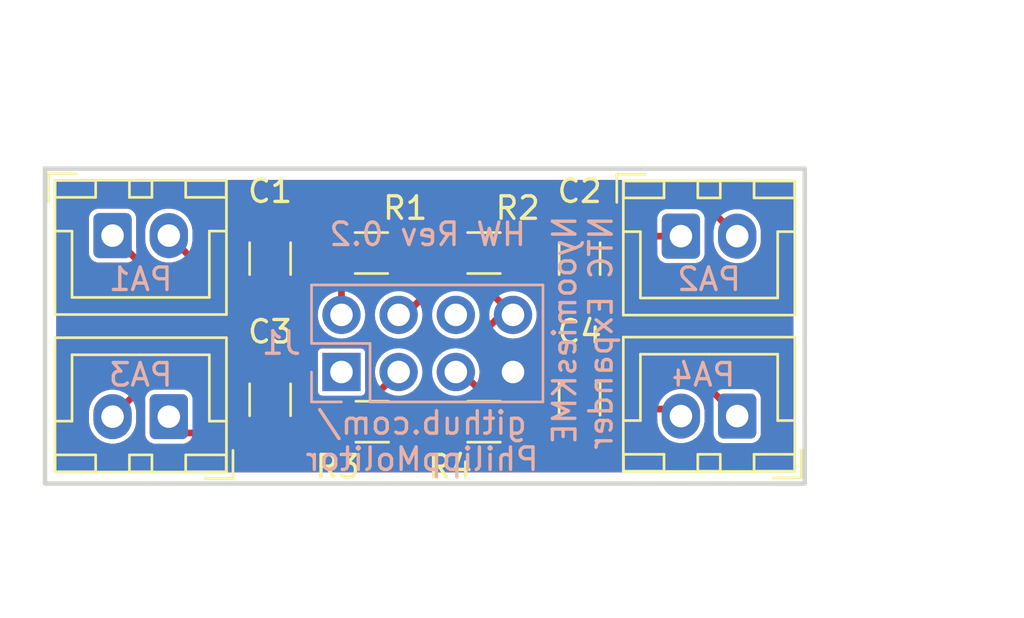
<source format=kicad_pcb>
(kicad_pcb (version 20240108) (generator "pcbnew") (generator_version "8.0")
  (layers (0 "F.Cu" signal) (31 "B.Cu" signal) (34 "B.Paste" user) (35 "F.Paste" user) (36 "B.SilkS" user "B.Silkscreen") (37 "F.SilkS" user "F.Silkscreen") (38 "B.Mask" user) (39 "F.Mask" user) (44 "Edge.Cuts" user))
  (net 0 "")
  (net 1 "A2")
  (net 2 "+3.3V")
  (net 3 "A1")
  (net 4 "A3")
  (net 6 "GND")
  (net 8 "A4")
  (net 9 "Net-(J2-Pin_1)")
  (net 10 "Net-(J3-Pin_1)")
  (net 11 "Net-(J4-Pin_1)")
  (net 12 "Net-(J5-Pin_1)")
  (footprint "Resistor_SMD:R_1206_3216Metric" (layer "F.Cu") (at 147.0375 105.25)
    (property "Reference" "R3" (at -1.5375 2 0) (layer "F.SilkS"))
    (property "Value" "2.2k")
    (fp_line (start -0.727064 -0.91) (end 0.727064 -0.91) (stroke (width 0.12)) (layer "F.SilkS"))
    (fp_line (start -0.727064 0.91) (end 0.727064 0.91) (stroke (width 0.12)) (layer "F.SilkS"))
    (pad "1" smd roundrect (at -1.4625 0) (size 1.125 1.75) (layers "F.Cu" "F.Paste" "F.Mask") (roundrect_rratio 0.222222) (net 4 "A3"))
    (pad "2" smd roundrect (at 1.4625 0) (size 1.125 1.75) (layers "F.Cu" "F.Paste" "F.Mask") (roundrect_rratio 0.222222) (net 2 "+3.3V"))
  )
  (footprint "Connector_JST:JST_XH_B2B-XH-A_1x02_P2.50mm_Vertical" (layer "F.Cu") (at 135.5 96.975)
    (property "Reference" "J2" (hide yes))
    (property "Value" "JST XH 2 Pin" (hide yes))
    (fp_line (start -2.85 -2.75) (end -2.85 -1.5) (stroke (width 0.12)) (layer "F.SilkS"))
    (fp_line (start -2.56 -2.46) (end -2.56 3.51) (stroke (width 0.12)) (layer "F.SilkS"))
    (fp_line (start -2.56 3.51) (end 5.06 3.51) (stroke (width 0.12)) (layer "F.SilkS"))
    (fp_line (start -2.55 -2.45) (end -2.55 -1.7) (stroke (width 0.12)) (layer "F.SilkS"))
    (fp_line (start -2.55 -1.7) (end -0.75 -1.7) (stroke (width 0.12)) (layer "F.SilkS"))
    (fp_line (start -2.55 -0.2) (end -1.8 -0.2) (stroke (width 0.12)) (layer "F.SilkS"))
    (fp_line (start -1.8 -0.2) (end -1.8 2.75) (stroke (width 0.12)) (layer "F.SilkS"))
    (fp_line (start -1.8 2.75) (end 1.25 2.75) (stroke (width 0.12)) (layer "F.SilkS"))
    (fp_line (start -1.6 -2.75) (end -2.85 -2.75) (stroke (width 0.12)) (layer "F.SilkS"))
    (fp_line (start -0.75 -2.45) (end -2.55 -2.45) (stroke (width 0.12)) (layer "F.SilkS"))
    (fp_line (start -0.75 -1.7) (end -0.75 -2.45) (stroke (width 0.12)) (layer "F.SilkS"))
    (fp_line (start 0.75 -2.45) (end 0.75 -1.7) (stroke (width 0.12)) (layer "F.SilkS"))
    (fp_line (start 0.75 -1.7) (end 1.75 -1.7) (stroke (width 0.12)) (layer "F.SilkS"))
    (fp_line (start 1.75 -2.45) (end 0.75 -2.45) (stroke (width 0.12)) (layer "F.SilkS"))
    (fp_line (start 1.75 -1.7) (end 1.75 -2.45) (stroke (width 0.12)) (layer "F.SilkS"))
    (fp_line (start 3.25 -2.45) (end 3.25 -1.7) (stroke (width 0.12)) (layer "F.SilkS"))
    (fp_line (start 3.25 -1.7) (end 5.05 -1.7) (stroke (width 0.12)) (layer "F.SilkS"))
    (fp_line (start 4.3 -0.2) (end 4.3 2.75) (stroke (width 0.12)) (layer "F.SilkS"))
    (fp_line (start 4.3 2.75) (end 1.25 2.75) (stroke (width 0.12)) (layer "F.SilkS"))
    (fp_line (start 5.05 -2.45) (end 3.25 -2.45) (stroke (width 0.12)) (layer "F.SilkS"))
    (fp_line (start 5.05 -1.7) (end 5.05 -2.45) (stroke (width 0.12)) (layer "F.SilkS"))
    (fp_line (start 5.05 -0.2) (end 4.3 -0.2) (stroke (width 0.12)) (layer "F.SilkS"))
    (fp_line (start 5.06 -2.46) (end -2.56 -2.46) (stroke (width 0.12)) (layer "F.SilkS"))
    (fp_line (start 5.06 3.51) (end 5.06 -2.46) (stroke (width 0.12)) (layer "F.SilkS"))
    (pad "1" thru_hole roundrect (at 0 0) (size 1.7 2) (drill 1) (layers "*.Cu" "*.Mask") (roundrect_rratio 0.147059) (net 9 "Net-(J2-Pin_1)"))
    (pad "2" thru_hole oval (at 2.5 0) (size 1.7 2) (drill 1) (layers "*.Cu" "*.Mask") (net 3 "A1"))
  )
  (footprint "Connector_JST:JST_XH_B2B-XH-A_1x02_P2.50mm_Vertical" (layer "F.Cu") (at 138 105.025 180)
    (property "Reference" "J4" (hide yes))
    (property "Value" "JST XH 2 Pin" (hide yes))
    (fp_line (start 5.06 3.51) (end 5.06 -2.46) (stroke (width 0.12)) (layer "F.SilkS"))
    (fp_line (start 5.06 -2.46) (end -2.56 -2.46) (stroke (width 0.12)) (layer "F.SilkS"))
    (fp_line (start 5.05 -0.2) (end 4.3 -0.2) (stroke (width 0.12)) (layer "F.SilkS"))
    (fp_line (start 5.05 -1.7) (end 5.05 -2.45) (stroke (width 0.12)) (layer "F.SilkS"))
    (fp_line (start 5.05 -2.45) (end 3.25 -2.45) (stroke (width 0.12)) (layer "F.SilkS"))
    (fp_line (start 4.3 2.75) (end 1.25 2.75) (stroke (width 0.12)) (layer "F.SilkS"))
    (fp_line (start 4.3 -0.2) (end 4.3 2.75) (stroke (width 0.12)) (layer "F.SilkS"))
    (fp_line (start 3.25 -1.7) (end 5.05 -1.7) (stroke (width 0.12)) (layer "F.SilkS"))
    (fp_line (start 3.25 -2.45) (end 3.25 -1.7) (stroke (width 0.12)) (layer "F.SilkS"))
    (fp_line (start 1.75 -1.7) (end 1.75 -2.45) (stroke (width 0.12)) (layer "F.SilkS"))
    (fp_line (start 1.75 -2.45) (end 0.75 -2.45) (stroke (width 0.12)) (layer "F.SilkS"))
    (fp_line (start 0.75 -1.7) (end 1.75 -1.7) (stroke (width 0.12)) (layer "F.SilkS"))
    (fp_line (start 0.75 -2.45) (end 0.75 -1.7) (stroke (width 0.12)) (layer "F.SilkS"))
    (fp_line (start -0.75 -1.7) (end -0.75 -2.45) (stroke (width 0.12)) (layer "F.SilkS"))
    (fp_line (start -0.75 -2.45) (end -2.55 -2.45) (stroke (width 0.12)) (layer "F.SilkS"))
    (fp_line (start -1.6 -2.75) (end -2.85 -2.75) (stroke (width 0.12)) (layer "F.SilkS"))
    (fp_line (start -1.8 2.75) (end 1.25 2.75) (stroke (width 0.12)) (layer "F.SilkS"))
    (fp_line (start -1.8 -0.2) (end -1.8 2.75) (stroke (width 0.12)) (layer "F.SilkS"))
    (fp_line (start -2.55 -0.2) (end -1.8 -0.2) (stroke (width 0.12)) (layer "F.SilkS"))
    (fp_line (start -2.55 -1.7) (end -0.75 -1.7) (stroke (width 0.12)) (layer "F.SilkS"))
    (fp_line (start -2.55 -2.45) (end -2.55 -1.7) (stroke (width 0.12)) (layer "F.SilkS"))
    (fp_line (start -2.56 3.51) (end 5.06 3.51) (stroke (width 0.12)) (layer "F.SilkS"))
    (fp_line (start -2.56 -2.46) (end -2.56 3.51) (stroke (width 0.12)) (layer "F.SilkS"))
    (fp_line (start -2.85 -2.75) (end -2.85 -1.5) (stroke (width 0.12)) (layer "F.SilkS"))
    (pad "1" thru_hole roundrect (at 0 0 180) (size 1.7 2) (drill 1) (layers "*.Cu" "*.Mask") (roundrect_rratio 0.147059) (net 11 "Net-(J4-Pin_1)"))
    (pad "2" thru_hole oval (at 2.5 0 180) (size 1.7 2) (drill 1) (layers "*.Cu" "*.Mask") (net 4 "A3"))
  )
  (footprint "Resistor_SMD:R_1206_3216Metric" (layer "F.Cu") (at 152 105.25 180)
    (property "Reference" "R4" (at 1.5 -2 180) (layer "F.SilkS"))
    (property "Value" "2.2k")
    (fp_line (start -0.727064 0.91) (end 0.727064 0.91) (stroke (width 0.12)) (layer "F.SilkS"))
    (fp_line (start -0.727064 -0.91) (end 0.727064 -0.91) (stroke (width 0.12)) (layer "F.SilkS"))
    (pad "1" smd roundrect (at -1.4625 0 180) (size 1.125 1.75) (layers "F.Cu" "F.Paste" "F.Mask") (roundrect_rratio 0.222222) (net 8 "A4"))
    (pad "2" smd roundrect (at 1.4625 0 180) (size 1.125 1.75) (layers "F.Cu" "F.Paste" "F.Mask") (roundrect_rratio 0.222222) (net 2 "+3.3V"))
  )
  (footprint "Capacitor_SMD:C_1206_3216Metric" (layer "F.Cu") (at 142.5 104.275 90)
    (property "Reference" "C3" (at 3.025 0 180) (layer "F.SilkS"))
    (property "Value" "10u")
    (fp_line (start -0.711252 -0.91) (end 0.711252 -0.91) (stroke (width 0.12)) (layer "F.SilkS"))
    (fp_line (start -0.711252 0.91) (end 0.711252 0.91) (stroke (width 0.12)) (layer "F.SilkS"))
    (pad "1" smd roundrect (at -1.475 0 90) (size 1.15 1.8) (layers "F.Cu" "F.Paste" "F.Mask") (roundrect_rratio 0.217391) (net 11 "Net-(J4-Pin_1)"))
    (pad "2" smd roundrect (at 1.475 0 90) (size 1.15 1.8) (layers "F.Cu" "F.Paste" "F.Mask") (roundrect_rratio 0.217391) (net 6 "GND"))
  )
  (footprint "Capacitor_SMD:C_1206_3216Metric" (layer "F.Cu") (at 142.5 98 90)
    (property "Reference" "C1" (at 3 0 180) (layer "F.SilkS"))
    (property "Value" "10u")
    (fp_line (start -0.711252 -0.91) (end 0.711252 -0.91) (stroke (width 0.12)) (layer "F.SilkS"))
    (fp_line (start -0.711252 0.91) (end 0.711252 0.91) (stroke (width 0.12)) (layer "F.SilkS"))
    (pad "1" smd roundrect (at -1.475 0 90) (size 1.15 1.8) (layers "F.Cu" "F.Paste" "F.Mask") (roundrect_rratio 0.217391) (net 9 "Net-(J2-Pin_1)"))
    (pad "2" smd roundrect (at 1.475 0 90) (size 1.15 1.8) (layers "F.Cu" "F.Paste" "F.Mask") (roundrect_rratio 0.217391) (net 6 "GND"))
  )
  (footprint "Capacitor_SMD:C_1206_3216Metric" (layer "F.Cu") (at 156.25 104.25 -90)
    (property "Reference" "C4" (at -3 0 180) (layer "F.SilkS"))
    (property "Value" "10u")
    (fp_line (start -0.711252 0.91) (end 0.711252 0.91) (stroke (width 0.12)) (layer "F.SilkS"))
    (fp_line (start -0.711252 -0.91) (end 0.711252 -0.91) (stroke (width 0.12)) (layer "F.SilkS"))
    (pad "1" smd roundrect (at -1.475 0 270) (size 1.15 1.8) (layers "F.Cu" "F.Paste" "F.Mask") (roundrect_rratio 0.217391) (net 12 "Net-(J5-Pin_1)"))
    (pad "2" smd roundrect (at 1.475 0 270) (size 1.15 1.8) (layers "F.Cu" "F.Paste" "F.Mask") (roundrect_rratio 0.217391) (net 6 "GND"))
  )
  (footprint "Connector_JST:JST_XH_B2B-XH-A_1x02_P2.50mm_Vertical" (layer "F.Cu") (at 160.75 97)
    (property "Reference" "J3" (hide yes))
    (property "Value" "JST XH 2 Pin" (hide yes))
    (fp_line (start -2.85 -2.75) (end -2.85 -1.5) (stroke (width 0.12)) (layer "F.SilkS"))
    (fp_line (start -2.56 -2.46) (end -2.56 3.51) (stroke (width 0.12)) (layer "F.SilkS"))
    (fp_line (start -2.56 3.51) (end 5.06 3.51) (stroke (width 0.12)) (layer "F.SilkS"))
    (fp_line (start -2.55 -2.45) (end -2.55 -1.7) (stroke (width 0.12)) (layer "F.SilkS"))
    (fp_line (start -2.55 -1.7) (end -0.75 -1.7) (stroke (width 0.12)) (layer "F.SilkS"))
    (fp_line (start -2.55 -0.2) (end -1.8 -0.2) (stroke (width 0.12)) (layer "F.SilkS"))
    (fp_line (start -1.8 -0.2) (end -1.8 2.75) (stroke (width 0.12)) (layer "F.SilkS"))
    (fp_line (start -1.8 2.75) (end 1.25 2.75) (stroke (width 0.12)) (layer "F.SilkS"))
    (fp_line (start -1.6 -2.75) (end -2.85 -2.75) (stroke (width 0.12)) (layer "F.SilkS"))
    (fp_line (start -0.75 -2.45) (end -2.55 -2.45) (stroke (width 0.12)) (layer "F.SilkS"))
    (fp_line (start -0.75 -1.7) (end -0.75 -2.45) (stroke (width 0.12)) (layer "F.SilkS"))
    (fp_line (start 0.75 -2.45) (end 0.75 -1.7) (stroke (width 0.12)) (layer "F.SilkS"))
    (fp_line (start 0.75 -1.7) (end 1.75 -1.7) (stroke (width 0.12)) (layer "F.SilkS"))
    (fp_line (start 1.75 -2.45) (end 0.75 -2.45) (stroke (width 0.12)) (layer "F.SilkS"))
    (fp_line (start 1.75 -1.7) (end 1.75 -2.45) (stroke (width 0.12)) (layer "F.SilkS"))
    (fp_line (start 3.25 -2.45) (end 3.25 -1.7) (stroke (width 0.12)) (layer "F.SilkS"))
    (fp_line (start 3.25 -1.7) (end 5.05 -1.7) (stroke (width 0.12)) (layer "F.SilkS"))
    (fp_line (start 4.3 -0.2) (end 4.3 2.75) (stroke (width 0.12)) (layer "F.SilkS"))
    (fp_line (start 4.3 2.75) (end 1.25 2.75) (stroke (width 0.12)) (layer "F.SilkS"))
    (fp_line (start 5.05 -2.45) (end 3.25 -2.45) (stroke (width 0.12)) (layer "F.SilkS"))
    (fp_line (start 5.05 -1.7) (end 5.05 -2.45) (stroke (width 0.12)) (layer "F.SilkS"))
    (fp_line (start 5.05 -0.2) (end 4.3 -0.2) (stroke (width 0.12)) (layer "F.SilkS"))
    (fp_line (start 5.06 -2.46) (end -2.56 -2.46) (stroke (width 0.12)) (layer "F.SilkS"))
    (fp_line (start 5.06 3.51) (end 5.06 -2.46) (stroke (width 0.12)) (layer "F.SilkS"))
    (pad "1" thru_hole roundrect (at 0 0) (size 1.7 2) (drill 1) (layers "*.Cu" "*.Mask") (roundrect_rratio 0.147059) (net 10 "Net-(J3-Pin_1)"))
    (pad "2" thru_hole oval (at 2.5 0) (size 1.7 2) (drill 1) (layers "*.Cu" "*.Mask") (net 1 "A2"))
  )
  (footprint "Resistor_SMD:R_1206_3216Metric" (layer "F.Cu") (at 147 97.75)
    (property "Reference" "R1" (at 1.5 -2 180) (layer "F.SilkS"))
    (property "Value" "2.2k")
    (fp_line (start -0.727064 -0.91) (end 0.727064 -0.91) (stroke (width 0.12)) (layer "F.SilkS"))
    (fp_line (start -0.727064 0.91) (end 0.727064 0.91) (stroke (width 0.12)) (layer "F.SilkS"))
    (pad "1" smd roundrect (at -1.4625 0) (size 1.125 1.75) (layers "F.Cu" "F.Paste" "F.Mask") (roundrect_rratio 0.222222) (net 3 "A1"))
    (pad "2" smd roundrect (at 1.4625 0) (size 1.125 1.75) (layers "F.Cu" "F.Paste" "F.Mask") (roundrect_rratio 0.222222) (net 2 "+3.3V"))
  )
  (footprint "Connector_JST:JST_XH_B2B-XH-A_1x02_P2.50mm_Vertical" (layer "F.Cu") (at 163.25 105 180)
    (property "Reference" "J5" (hide yes))
    (property "Value" "JST XH 2 Pin" (hide yes))
    (fp_line (start 5.06 3.51) (end 5.06 -2.46) (stroke (width 0.12)) (layer "F.SilkS"))
    (fp_line (start 5.06 -2.46) (end -2.56 -2.46) (stroke (width 0.12)) (layer "F.SilkS"))
    (fp_line (start 5.05 -0.2) (end 4.3 -0.2) (stroke (width 0.12)) (layer "F.SilkS"))
    (fp_line (start 5.05 -1.7) (end 5.05 -2.45) (stroke (width 0.12)) (layer "F.SilkS"))
    (fp_line (start 5.05 -2.45) (end 3.25 -2.45) (stroke (width 0.12)) (layer "F.SilkS"))
    (fp_line (start 4.3 2.75) (end 1.25 2.75) (stroke (width 0.12)) (layer "F.SilkS"))
    (fp_line (start 4.3 -0.2) (end 4.3 2.75) (stroke (width 0.12)) (layer "F.SilkS"))
    (fp_line (start 3.25 -1.7) (end 5.05 -1.7) (stroke (width 0.12)) (layer "F.SilkS"))
    (fp_line (start 3.25 -2.45) (end 3.25 -1.7) (stroke (width 0.12)) (layer "F.SilkS"))
    (fp_line (start 1.75 -1.7) (end 1.75 -2.45) (stroke (width 0.12)) (layer "F.SilkS"))
    (fp_line (start 1.75 -2.45) (end 0.75 -2.45) (stroke (width 0.12)) (layer "F.SilkS"))
    (fp_line (start 0.75 -1.7) (end 1.75 -1.7) (stroke (width 0.12)) (layer "F.SilkS"))
    (fp_line (start 0.75 -2.45) (end 0.75 -1.7) (stroke (width 0.12)) (layer "F.SilkS"))
    (fp_line (start -0.75 -1.7) (end -0.75 -2.45) (stroke (width 0.12)) (layer "F.SilkS"))
    (fp_line (start -0.75 -2.45) (end -2.55 -2.45) (stroke (width 0.12)) (layer "F.SilkS"))
    (fp_line (start -1.6 -2.75) (end -2.85 -2.75) (stroke (width 0.12)) (layer "F.SilkS"))
    (fp_line (start -1.8 2.75) (end 1.25 2.75) (stroke (width 0.12)) (layer "F.SilkS"))
    (fp_line (start -1.8 -0.2) (end -1.8 2.75) (stroke (width 0.12)) (layer "F.SilkS"))
    (fp_line (start -2.55 -0.2) (end -1.8 -0.2) (stroke (width 0.12)) (layer "F.SilkS"))
    (fp_line (start -2.55 -1.7) (end -0.75 -1.7) (stroke (width 0.12)) (layer "F.SilkS"))
    (fp_line (start -2.55 -2.45) (end -2.55 -1.7) (stroke (width 0.12)) (layer "F.SilkS"))
    (fp_line (start -2.56 3.51) (end 5.06 3.51) (stroke (width 0.12)) (layer "F.SilkS"))
    (fp_line (start -2.56 -2.46) (end -2.56 3.51) (stroke (width 0.12)) (layer "F.SilkS"))
    (fp_line (start -2.85 -2.75) (end -2.85 -1.5) (stroke (width 0.12)) (layer "F.SilkS"))
    (pad "1" thru_hole roundrect (at 0 0 180) (size 1.7 2) (drill 1) (layers "*.Cu" "*.Mask") (roundrect_rratio 0.147059) (net 12 "Net-(J5-Pin_1)"))
    (pad "2" thru_hole oval (at 2.5 0 180) (size 1.7 2) (drill 1) (layers "*.Cu" "*.Mask") (net 8 "A4"))
  )
  (footprint "Resistor_SMD:R_1206_3216Metric" (layer "F.Cu") (at 152 97.75 180)
    (property "Reference" "R2" (at -1.5 2 180) (layer "F.SilkS"))
    (property "Value" "2.2k")
    (fp_line (start -0.727064 0.91) (end 0.727064 0.91) (stroke (width 0.12)) (layer "F.SilkS"))
    (fp_line (start -0.727064 -0.91) (end 0.727064 -0.91) (stroke (width 0.12)) (layer "F.SilkS"))
    (pad "1" smd roundrect (at -1.4625 0 180) (size 1.125 1.75) (layers "F.Cu" "F.Paste" "F.Mask") (roundrect_rratio 0.222222) (net 1 "A2"))
    (pad "2" smd roundrect (at 1.4625 0 180) (size 1.125 1.75) (layers "F.Cu" "F.Paste" "F.Mask") (roundrect_rratio 0.222222) (net 2 "+3.3V"))
  )
  (footprint "Capacitor_SMD:C_1206_3216Metric" (layer "F.Cu") (at 156.25 98 90)
    (property "Reference" "C2" (at 3 0 360) (layer "F.SilkS"))
    (property "Value" "10u")
    (fp_line (start -0.711252 -0.91) (end 0.711252 -0.91) (stroke (width 0.12)) (layer "F.SilkS"))
    (fp_line (start -0.711252 0.91) (end 0.711252 0.91) (stroke (width 0.12)) (layer "F.SilkS"))
    (pad "1" smd roundrect (at -1.475 0 90) (size 1.15 1.8) (layers "F.Cu" "F.Paste" "F.Mask") (roundrect_rratio 0.217391) (net 10 "Net-(J3-Pin_1)"))
    (pad "2" smd roundrect (at 1.475 0 90) (size 1.15 1.8) (layers "F.Cu" "F.Paste" "F.Mask") (roundrect_rratio 0.217391) (net 6 "GND"))
  )
  (footprint "Connector_PinSocket_2.54mm:PinSocket_2x04_P2.54mm_Vertical" (layer "B.Cu") (at 145.67 103.04 -90)
    (property "Reference" "J1" (at -1.29 2.67 0) (layer "B.SilkS") (effects (justify mirror)))
    (property "Value" "2x4 Dupont Socket" (hide yes))
    (fp_line (start -1.27 1.33) (end -3.87 1.33) (stroke (width 0.12)) (layer "B.SilkS"))
    (fp_line (start 1.33 1.33) (end 0 1.33) (stroke (width 0.12)) (layer "B.SilkS"))
    (fp_line (start 1.33 0) (end 1.33 1.33) (stroke (width 0.12)) (layer "B.SilkS"))
    (fp_line (start -1.27 -1.27) (end -1.27 1.33) (stroke (width 0.12)) (layer "B.SilkS"))
    (fp_line (start 1.33 -1.27) (end -1.27 -1.27) (stroke (width 0.12)) (layer "B.SilkS"))
    (fp_line (start -3.87 -8.95) (end -3.87 1.33) (stroke (width 0.12)) (layer "B.SilkS"))
    (fp_line (start 1.33 -8.95) (end 1.33 -1.27) (stroke (width 0.12)) (layer "B.SilkS"))
    (fp_line (start 1.33 -8.95) (end -3.87 -8.95) (stroke (width 0.12)) (layer "B.SilkS"))
    (pad "1" thru_hole rect (at 0 0 270) (size 1.7 1.7) (drill 1) (layers "*.Cu" "*.Mask"))
    (pad "2" thru_hole oval (at -2.54 0 270) (size 1.7 1.7) (drill 1) (layers "*.Cu" "*.Mask") (net 3 "A1"))
    (pad "3" thru_hole oval (at 0 -2.54 270) (size 1.7 1.7) (drill 1) (layers "*.Cu" "*.Mask") (net 4 "A3"))
    (pad "4" thru_hole oval (at -2.54 -2.54 270) (size 1.7 1.7) (drill 1) (layers "*.Cu" "*.Mask") (net 1 "A2"))
    (pad "5" thru_hole oval (at 0 -5.08 270) (size 1.7 1.7) (drill 1) (layers "*.Cu" "*.Mask") (net 8 "A4"))
    (pad "6" thru_hole oval (at -2.54 -5.08 270) (size 1.7 1.7) (drill 1) (layers "*.Cu" "*.Mask"))
    (pad "7" thru_hole oval (at 0 -7.62 270) (size 1.7 1.7) (drill 1) (layers "*.Cu" "*.Mask") (net 6 "GND"))
    (pad "8" thru_hole oval (at -2.54 -7.62 270) (size 1.7 1.7) (drill 1) (layers "*.Cu" "*.Mask") (net 2 "+3.3V"))
  )
  (gr_rect (start 132.5 94) (end 166.25 108) (stroke (width 0.2)) (fill none) (layer "Edge.Cuts"))
  (gr_text "HW Rev 0.2" (at 149.5 97.5 0) (layer "B.SilkS") (effects (font (size 1 1)) (justify bottom mirror)))
  (gr_text "github.com/\nPhilippMolitor" (at 149.25 107.5 0) (layer "B.SilkS") (effects (font (size 1 1)) (justify bottom mirror)))
  (gr_text "NyoomiesKME\nNTC Expander" (at 155 96 90) (layer "B.SilkS") (effects (font (size 1 1)) (justify left top mirror)))
  (gr_text "PA3" (at 136.75 103.75 0) (layer "B.SilkS") (effects (font (size 1 1)) (justify bottom mirror)))
  (gr_text "PA1" (at 136.75 99.5 0) (layer "B.SilkS") (effects (font (size 1 1)) (justify bottom mirror)))
  (gr_text "PA2" (at 162 99.5 0) (layer "B.SilkS") (effects (font (size 1 1)) (justify bottom mirror)))
  (gr_text "PA4" (at 161.75 103.75 0) (layer "B.SilkS") (effects (font (size 1 1)) (justify bottom mirror)))
  (segment (start 149.5 96.75) (end 149.75 96.5) (width 0.3) (layer "F.Cu") (net 1))
  (segment (start 148.5 100.5) (end 149.5 99.5) (width 0.3) (layer "F.Cu") (net 1))
  (segment (start 153.4625 98.25) (end 156.5 98.25) (width 0.3) (layer "F.Cu") (net 1))
  (segment (start 149.5 99.5) (end 149.5 96.75) (width 0.3) (layer "F.Cu") (net 1))
  (segment (start 152.48125 96.5) (end 153.4625 97.48125) (width 0.3) (layer "F.Cu") (net 1))
  (segment (start 161.85 95.6) (end 163.25 97) (width 0.3) (layer "F.Cu") (net 1))
  (segment (start 156.5 98.25) (end 159.15 95.6) (width 0.3) (layer "F.Cu") (net 1))
  (segment (start 148.21 100.5) (end 148.5 100.5) (width 0.3) (layer "F.Cu") (net 1))
  (segment (start 149.75 96.5) (end 152.48125 96.5) (width 0.3) (layer "F.Cu") (net 1))
  (segment (start 153.4625 97.48125) (end 153.4625 98.25) (width 0.3) (layer "F.Cu") (net 1))
  (segment (start 159.15 95.6) (end 161.85 95.6) (width 0.3) (layer "F.Cu") (net 1))
  (segment (start 148.21 101) (end 148.21 100.5) (width 0.3) (layer "B.Cu") (net 1))
  (segment (start 149.5 104.25) (end 148.5 105.25) (width 0.3) (layer "F.Cu") (net 2))
  (segment (start 149.5 101.78025) (end 147.404273 101.78025) (width 0.3) (layer "F.Cu") (net 2))
  (segment (start 153.29 100.5) (end 151.04 98.25) (width 0.3) (layer "F.Cu") (net 2))
  (segment (start 149.5375 104.25) (end 150.5375 105.25) (width 0.3) (layer "F.Cu") (net 2))
  (segment (start 147.404273 101.78025) (end 146.940174 101.316151) (width 0.3) (layer "F.Cu") (net 2))
  (segment (start 149.5 104.25) (end 149.5375 104.25) (width 0.3) (layer "F.Cu") (net 2))
  (segment (start 152.75 100.5) (end 151.484875 101.765125) (width 0.3) (layer "F.Cu") (net 2))
  (segment (start 153.29 100.5) (end 152.75 100.5) (width 0.3) (layer "F.Cu") (net 2))
  (segment (start 151.04 98.25) (end 150.5375 98.25) (width 0.3) (layer "F.Cu") (net 2))
  (segment (start 149.5 101.78025) (end 149.5 104.25) (width 0.3) (layer "F.Cu") (net 2))
  (segment (start 149.515125 101.765125) (end 149.5 101.78025) (width 0.3) (layer "F.Cu") (net 2))
  (segment (start 151.484875 101.765125) (end 149.515125 101.765125) (width 0.3) (layer "F.Cu") (net 2))
  (segment (start 146.940174 101.316151) (end 146.940174 99.522326) (width 0.3) (layer "F.Cu") (net 2))
  (segment (start 146.940174 99.522326) (end 148.2125 98.25) (width 0.3) (layer "F.Cu") (net 2))
  (segment (start 145.67 98.6325) (end 145.2875 98.25) (width 0.3) (layer "F.Cu") (net 3))
  (segment (start 145.2875 98.25) (end 139.275 98.25) (width 0.3) (layer "F.Cu") (net 3))
  (segment (start 145.67 100.42) (end 145.67 100.5) (width 0.3) (layer "F.Cu") (net 3))
  (segment (start 139.275 98.25) (end 138 96.975) (width 0.3) (layer "F.Cu") (net 3))
  (segment (start 145.67 100.5) (end 145.67 98.6325) (width 0.3) (layer "F.Cu") (net 3))
  (segment (start 139 103.5) (end 140.25 104.75) (width 0.3) (layer "F.Cu") (net 4))
  (segment (start 145.5 105.75) (end 145.325 105.75) (width 0.3) (layer "F.Cu") (net 4))
  (segment (start 137.025 103.5) (end 139 103.5) (width 0.3) (layer "F.Cu") (net 4))
  (segment (start 145.575 105.25) (end 146.585 104.24) (width 0.3) (layer "F.Cu") (net 4))
  (segment (start 146.585 104.24) (end 147.01 104.24) (width 0.3) (layer "F.Cu") (net 4))
  (segment (start 147.01 104.24) (end 148.21 103.04) (width 0.3) (layer "F.Cu") (net 4))
  (segment (start 147.785 103.04) (end 148.21 103.04) (width 0.3) (layer "F.Cu") (net 4))
  (segment (start 140.25 104.75) (end 145.075 104.75) (width 0.3) (layer "F.Cu") (net 4))
  (segment (start 135.5 105.025) (end 137.025 103.5) (width 0.3) (layer "F.Cu") (net 4))
  (segment (start 145.075 104.75) (end 145.575 105.25) (width 0.3) (layer "F.Cu") (net 4))
  (segment (start 148.21 103.04) (end 148.21 103.29) (width 0.3) (layer "B.Cu") (net 4))
  (segment (start 139.775 105) (end 139.75 105.025) (width 0.3) (layer "B.Cu") (net 6))
  (segment (start 139.75 105.025) (end 139.75 104.205) (width 0.3) (layer "B.Cu") (net 6))
  (segment (start 150.75 103.54) (end 150.75 103.5) (width 0.3) (layer "F.Cu") (net 8))
  (segment (start 160.4375 104.6875) (end 154.025 104.6875) (width 0.3) (layer "F.Cu") (net 8))
  (segment (start 160.75 105) (end 160.4375 104.6875) (width 0.3) (layer "F.Cu") (net 8))
  (segment (start 154.025 104.6875) (end 153.4625 105.25) (width 0.3) (layer "F.Cu") (net 8))
  (segment (start 153.675 105.7125) (end 153.675 105.75) (width 0.3) (layer "F.Cu") (net 8))
  (segment (start 151.0025 103.04) (end 153.675 105.7125) (width 0.3) (layer "F.Cu") (net 8))
  (segment (start 150.75 103.04) (end 151.0025 103.04) (width 0.3) (layer "F.Cu") (net 8))
  (segment (start 138 99.475) (end 142.5 99.475) (width 0.3) (layer "F.Cu") (net 9))
  (segment (start 135.5 96.975) (end 138 99.475) (width 0.3) (layer "F.Cu") (net 9))
  (segment (start 160.75 97) (end 158.725 97) (width 0.3) (layer "F.Cu") (net 10))
  (segment (start 158.725 97) (end 156.25 99.475) (width 0.3) (layer "F.Cu") (net 10))
  (segment (start 138.725 105.75) (end 138 105.025) (width 0.3) (layer "F.Cu") (net 11))
  (segment (start 142.5 105.75) (end 138.725 105.75) (width 0.3) (layer "F.Cu") (net 11))
  (segment (start 137.475 104.525) (end 137.5 104.5) (width 0.3) (layer "F.Cu") (net 11))
  (segment (start 163.25 105) (end 161.025 102.775) (width 0.3) (layer "F.Cu") (net 12))
  (segment (start 161.025 102.775) (end 156.25 102.775) (width 0.3) (layer "F.Cu") (net 12))
  (zone (net 6) (net_name "GND") (layer "F.Cu") (name "GND Plane") (priority 1) (connect_pads yes (clearance 0.2)) (min_thickness 0.25) (fill yes (thermal_gap 0.5) (thermal_bridge_width 0.5))
    (polygon (pts (xy 130.5 86.5) (xy 176 86.5) (xy 176 114) (xy 130.5 114)))
  )
  (zone (net 6) (net_name "GND") (layer "B.Cu") (name "GND Plane") (connect_pads yes (clearance 0.2)) (min_thickness 0.25) (fill yes (thermal_gap 0.5) (thermal_bridge_width 0.5))
    (polygon (pts (xy 175.25 87.25) (xy 175.25 113.5) (xy 131.25 113.5) (xy 131.25 87.25)))
  )
)
</source>
